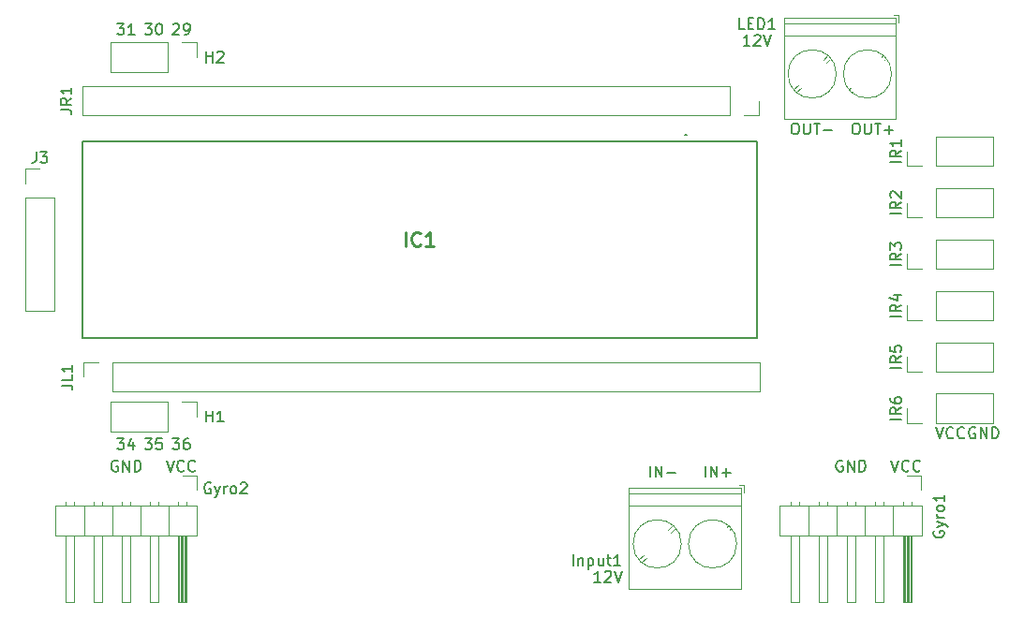
<source format=gbr>
%TF.GenerationSoftware,KiCad,Pcbnew,8.0.2*%
%TF.CreationDate,2024-06-25T21:58:57+02:00*%
%TF.ProjectId,Robo_V2.0-Teensy,526f626f-5f56-4322-9e30-2d5465656e73,rev?*%
%TF.SameCoordinates,Original*%
%TF.FileFunction,Legend,Top*%
%TF.FilePolarity,Positive*%
%FSLAX46Y46*%
G04 Gerber Fmt 4.6, Leading zero omitted, Abs format (unit mm)*
G04 Created by KiCad (PCBNEW 8.0.2) date 2024-06-25 21:58:57*
%MOMM*%
%LPD*%
G01*
G04 APERTURE LIST*
%ADD10C,0.155000*%
%ADD11C,0.187500*%
%ADD12C,0.254000*%
%ADD13C,0.160000*%
%ADD14C,0.120000*%
%ADD15C,0.200000*%
G04 APERTURE END LIST*
D10*
X158190476Y-70454559D02*
X158809523Y-70454559D01*
X158809523Y-70454559D02*
X158476190Y-70835511D01*
X158476190Y-70835511D02*
X158619047Y-70835511D01*
X158619047Y-70835511D02*
X158714285Y-70883130D01*
X158714285Y-70883130D02*
X158761904Y-70930749D01*
X158761904Y-70930749D02*
X158809523Y-71025987D01*
X158809523Y-71025987D02*
X158809523Y-71264082D01*
X158809523Y-71264082D02*
X158761904Y-71359320D01*
X158761904Y-71359320D02*
X158714285Y-71406940D01*
X158714285Y-71406940D02*
X158619047Y-71454559D01*
X158619047Y-71454559D02*
X158333333Y-71454559D01*
X158333333Y-71454559D02*
X158238095Y-71406940D01*
X158238095Y-71406940D02*
X158190476Y-71359320D01*
X159666666Y-70787892D02*
X159666666Y-71454559D01*
X159428571Y-70406940D02*
X159190476Y-71121225D01*
X159190476Y-71121225D02*
X159809523Y-71121225D01*
X160690476Y-70454559D02*
X161309523Y-70454559D01*
X161309523Y-70454559D02*
X160976190Y-70835511D01*
X160976190Y-70835511D02*
X161119047Y-70835511D01*
X161119047Y-70835511D02*
X161214285Y-70883130D01*
X161214285Y-70883130D02*
X161261904Y-70930749D01*
X161261904Y-70930749D02*
X161309523Y-71025987D01*
X161309523Y-71025987D02*
X161309523Y-71264082D01*
X161309523Y-71264082D02*
X161261904Y-71359320D01*
X161261904Y-71359320D02*
X161214285Y-71406940D01*
X161214285Y-71406940D02*
X161119047Y-71454559D01*
X161119047Y-71454559D02*
X160833333Y-71454559D01*
X160833333Y-71454559D02*
X160738095Y-71406940D01*
X160738095Y-71406940D02*
X160690476Y-71359320D01*
X162214285Y-70454559D02*
X161738095Y-70454559D01*
X161738095Y-70454559D02*
X161690476Y-70930749D01*
X161690476Y-70930749D02*
X161738095Y-70883130D01*
X161738095Y-70883130D02*
X161833333Y-70835511D01*
X161833333Y-70835511D02*
X162071428Y-70835511D01*
X162071428Y-70835511D02*
X162166666Y-70883130D01*
X162166666Y-70883130D02*
X162214285Y-70930749D01*
X162214285Y-70930749D02*
X162261904Y-71025987D01*
X162261904Y-71025987D02*
X162261904Y-71264082D01*
X162261904Y-71264082D02*
X162214285Y-71359320D01*
X162214285Y-71359320D02*
X162166666Y-71406940D01*
X162166666Y-71406940D02*
X162071428Y-71454559D01*
X162071428Y-71454559D02*
X161833333Y-71454559D01*
X161833333Y-71454559D02*
X161738095Y-71406940D01*
X161738095Y-71406940D02*
X161690476Y-71359320D01*
X163190476Y-70454559D02*
X163809523Y-70454559D01*
X163809523Y-70454559D02*
X163476190Y-70835511D01*
X163476190Y-70835511D02*
X163619047Y-70835511D01*
X163619047Y-70835511D02*
X163714285Y-70883130D01*
X163714285Y-70883130D02*
X163761904Y-70930749D01*
X163761904Y-70930749D02*
X163809523Y-71025987D01*
X163809523Y-71025987D02*
X163809523Y-71264082D01*
X163809523Y-71264082D02*
X163761904Y-71359320D01*
X163761904Y-71359320D02*
X163714285Y-71406940D01*
X163714285Y-71406940D02*
X163619047Y-71454559D01*
X163619047Y-71454559D02*
X163333333Y-71454559D01*
X163333333Y-71454559D02*
X163238095Y-71406940D01*
X163238095Y-71406940D02*
X163190476Y-71359320D01*
X164666666Y-70454559D02*
X164476190Y-70454559D01*
X164476190Y-70454559D02*
X164380952Y-70502178D01*
X164380952Y-70502178D02*
X164333333Y-70549797D01*
X164333333Y-70549797D02*
X164238095Y-70692654D01*
X164238095Y-70692654D02*
X164190476Y-70883130D01*
X164190476Y-70883130D02*
X164190476Y-71264082D01*
X164190476Y-71264082D02*
X164238095Y-71359320D01*
X164238095Y-71359320D02*
X164285714Y-71406940D01*
X164285714Y-71406940D02*
X164380952Y-71454559D01*
X164380952Y-71454559D02*
X164571428Y-71454559D01*
X164571428Y-71454559D02*
X164666666Y-71406940D01*
X164666666Y-71406940D02*
X164714285Y-71359320D01*
X164714285Y-71359320D02*
X164761904Y-71264082D01*
X164761904Y-71264082D02*
X164761904Y-71025987D01*
X164761904Y-71025987D02*
X164714285Y-70930749D01*
X164714285Y-70930749D02*
X164666666Y-70883130D01*
X164666666Y-70883130D02*
X164571428Y-70835511D01*
X164571428Y-70835511D02*
X164380952Y-70835511D01*
X164380952Y-70835511D02*
X164285714Y-70883130D01*
X164285714Y-70883130D02*
X164238095Y-70930749D01*
X164238095Y-70930749D02*
X164190476Y-71025987D01*
X163238095Y-33049797D02*
X163285714Y-33002178D01*
X163285714Y-33002178D02*
X163380952Y-32954559D01*
X163380952Y-32954559D02*
X163619047Y-32954559D01*
X163619047Y-32954559D02*
X163714285Y-33002178D01*
X163714285Y-33002178D02*
X163761904Y-33049797D01*
X163761904Y-33049797D02*
X163809523Y-33145035D01*
X163809523Y-33145035D02*
X163809523Y-33240273D01*
X163809523Y-33240273D02*
X163761904Y-33383130D01*
X163761904Y-33383130D02*
X163190476Y-33954559D01*
X163190476Y-33954559D02*
X163809523Y-33954559D01*
X164285714Y-33954559D02*
X164476190Y-33954559D01*
X164476190Y-33954559D02*
X164571428Y-33906940D01*
X164571428Y-33906940D02*
X164619047Y-33859320D01*
X164619047Y-33859320D02*
X164714285Y-33716463D01*
X164714285Y-33716463D02*
X164761904Y-33525987D01*
X164761904Y-33525987D02*
X164761904Y-33145035D01*
X164761904Y-33145035D02*
X164714285Y-33049797D01*
X164714285Y-33049797D02*
X164666666Y-33002178D01*
X164666666Y-33002178D02*
X164571428Y-32954559D01*
X164571428Y-32954559D02*
X164380952Y-32954559D01*
X164380952Y-32954559D02*
X164285714Y-33002178D01*
X164285714Y-33002178D02*
X164238095Y-33049797D01*
X164238095Y-33049797D02*
X164190476Y-33145035D01*
X164190476Y-33145035D02*
X164190476Y-33383130D01*
X164190476Y-33383130D02*
X164238095Y-33478368D01*
X164238095Y-33478368D02*
X164285714Y-33525987D01*
X164285714Y-33525987D02*
X164380952Y-33573606D01*
X164380952Y-33573606D02*
X164571428Y-33573606D01*
X164571428Y-33573606D02*
X164666666Y-33525987D01*
X164666666Y-33525987D02*
X164714285Y-33478368D01*
X164714285Y-33478368D02*
X164761904Y-33383130D01*
X160690476Y-32954559D02*
X161309523Y-32954559D01*
X161309523Y-32954559D02*
X160976190Y-33335511D01*
X160976190Y-33335511D02*
X161119047Y-33335511D01*
X161119047Y-33335511D02*
X161214285Y-33383130D01*
X161214285Y-33383130D02*
X161261904Y-33430749D01*
X161261904Y-33430749D02*
X161309523Y-33525987D01*
X161309523Y-33525987D02*
X161309523Y-33764082D01*
X161309523Y-33764082D02*
X161261904Y-33859320D01*
X161261904Y-33859320D02*
X161214285Y-33906940D01*
X161214285Y-33906940D02*
X161119047Y-33954559D01*
X161119047Y-33954559D02*
X160833333Y-33954559D01*
X160833333Y-33954559D02*
X160738095Y-33906940D01*
X160738095Y-33906940D02*
X160690476Y-33859320D01*
X161928571Y-32954559D02*
X162023809Y-32954559D01*
X162023809Y-32954559D02*
X162119047Y-33002178D01*
X162119047Y-33002178D02*
X162166666Y-33049797D01*
X162166666Y-33049797D02*
X162214285Y-33145035D01*
X162214285Y-33145035D02*
X162261904Y-33335511D01*
X162261904Y-33335511D02*
X162261904Y-33573606D01*
X162261904Y-33573606D02*
X162214285Y-33764082D01*
X162214285Y-33764082D02*
X162166666Y-33859320D01*
X162166666Y-33859320D02*
X162119047Y-33906940D01*
X162119047Y-33906940D02*
X162023809Y-33954559D01*
X162023809Y-33954559D02*
X161928571Y-33954559D01*
X161928571Y-33954559D02*
X161833333Y-33906940D01*
X161833333Y-33906940D02*
X161785714Y-33859320D01*
X161785714Y-33859320D02*
X161738095Y-33764082D01*
X161738095Y-33764082D02*
X161690476Y-33573606D01*
X161690476Y-33573606D02*
X161690476Y-33335511D01*
X161690476Y-33335511D02*
X161738095Y-33145035D01*
X161738095Y-33145035D02*
X161785714Y-33049797D01*
X161785714Y-33049797D02*
X161833333Y-33002178D01*
X161833333Y-33002178D02*
X161928571Y-32954559D01*
X158190476Y-32954559D02*
X158809523Y-32954559D01*
X158809523Y-32954559D02*
X158476190Y-33335511D01*
X158476190Y-33335511D02*
X158619047Y-33335511D01*
X158619047Y-33335511D02*
X158714285Y-33383130D01*
X158714285Y-33383130D02*
X158761904Y-33430749D01*
X158761904Y-33430749D02*
X158809523Y-33525987D01*
X158809523Y-33525987D02*
X158809523Y-33764082D01*
X158809523Y-33764082D02*
X158761904Y-33859320D01*
X158761904Y-33859320D02*
X158714285Y-33906940D01*
X158714285Y-33906940D02*
X158619047Y-33954559D01*
X158619047Y-33954559D02*
X158333333Y-33954559D01*
X158333333Y-33954559D02*
X158238095Y-33906940D01*
X158238095Y-33906940D02*
X158190476Y-33859320D01*
X159761904Y-33954559D02*
X159190476Y-33954559D01*
X159476190Y-33954559D02*
X159476190Y-32954559D01*
X159476190Y-32954559D02*
X159380952Y-33097416D01*
X159380952Y-33097416D02*
X159285714Y-33192654D01*
X159285714Y-33192654D02*
X159190476Y-33240273D01*
D11*
X223738095Y-72500488D02*
X223642857Y-72452869D01*
X223642857Y-72452869D02*
X223500000Y-72452869D01*
X223500000Y-72452869D02*
X223357143Y-72500488D01*
X223357143Y-72500488D02*
X223261905Y-72595726D01*
X223261905Y-72595726D02*
X223214286Y-72690964D01*
X223214286Y-72690964D02*
X223166667Y-72881440D01*
X223166667Y-72881440D02*
X223166667Y-73024297D01*
X223166667Y-73024297D02*
X223214286Y-73214773D01*
X223214286Y-73214773D02*
X223261905Y-73310011D01*
X223261905Y-73310011D02*
X223357143Y-73405250D01*
X223357143Y-73405250D02*
X223500000Y-73452869D01*
X223500000Y-73452869D02*
X223595238Y-73452869D01*
X223595238Y-73452869D02*
X223738095Y-73405250D01*
X223738095Y-73405250D02*
X223785714Y-73357630D01*
X223785714Y-73357630D02*
X223785714Y-73024297D01*
X223785714Y-73024297D02*
X223595238Y-73024297D01*
X224214286Y-73452869D02*
X224214286Y-72452869D01*
X224214286Y-72452869D02*
X224785714Y-73452869D01*
X224785714Y-73452869D02*
X224785714Y-72452869D01*
X225261905Y-73452869D02*
X225261905Y-72452869D01*
X225261905Y-72452869D02*
X225500000Y-72452869D01*
X225500000Y-72452869D02*
X225642857Y-72500488D01*
X225642857Y-72500488D02*
X225738095Y-72595726D01*
X225738095Y-72595726D02*
X225785714Y-72690964D01*
X225785714Y-72690964D02*
X225833333Y-72881440D01*
X225833333Y-72881440D02*
X225833333Y-73024297D01*
X225833333Y-73024297D02*
X225785714Y-73214773D01*
X225785714Y-73214773D02*
X225738095Y-73310011D01*
X225738095Y-73310011D02*
X225642857Y-73405250D01*
X225642857Y-73405250D02*
X225500000Y-73452869D01*
X225500000Y-73452869D02*
X225261905Y-73452869D01*
X158238095Y-72500488D02*
X158142857Y-72452869D01*
X158142857Y-72452869D02*
X158000000Y-72452869D01*
X158000000Y-72452869D02*
X157857143Y-72500488D01*
X157857143Y-72500488D02*
X157761905Y-72595726D01*
X157761905Y-72595726D02*
X157714286Y-72690964D01*
X157714286Y-72690964D02*
X157666667Y-72881440D01*
X157666667Y-72881440D02*
X157666667Y-73024297D01*
X157666667Y-73024297D02*
X157714286Y-73214773D01*
X157714286Y-73214773D02*
X157761905Y-73310011D01*
X157761905Y-73310011D02*
X157857143Y-73405250D01*
X157857143Y-73405250D02*
X158000000Y-73452869D01*
X158000000Y-73452869D02*
X158095238Y-73452869D01*
X158095238Y-73452869D02*
X158238095Y-73405250D01*
X158238095Y-73405250D02*
X158285714Y-73357630D01*
X158285714Y-73357630D02*
X158285714Y-73024297D01*
X158285714Y-73024297D02*
X158095238Y-73024297D01*
X158714286Y-73452869D02*
X158714286Y-72452869D01*
X158714286Y-72452869D02*
X159285714Y-73452869D01*
X159285714Y-73452869D02*
X159285714Y-72452869D01*
X159761905Y-73452869D02*
X159761905Y-72452869D01*
X159761905Y-72452869D02*
X160000000Y-72452869D01*
X160000000Y-72452869D02*
X160142857Y-72500488D01*
X160142857Y-72500488D02*
X160238095Y-72595726D01*
X160238095Y-72595726D02*
X160285714Y-72690964D01*
X160285714Y-72690964D02*
X160333333Y-72881440D01*
X160333333Y-72881440D02*
X160333333Y-73024297D01*
X160333333Y-73024297D02*
X160285714Y-73214773D01*
X160285714Y-73214773D02*
X160238095Y-73310011D01*
X160238095Y-73310011D02*
X160142857Y-73405250D01*
X160142857Y-73405250D02*
X160000000Y-73452869D01*
X160000000Y-73452869D02*
X159761905Y-73452869D01*
X162666667Y-72452869D02*
X163000000Y-73452869D01*
X163000000Y-73452869D02*
X163333333Y-72452869D01*
X164238095Y-73357630D02*
X164190476Y-73405250D01*
X164190476Y-73405250D02*
X164047619Y-73452869D01*
X164047619Y-73452869D02*
X163952381Y-73452869D01*
X163952381Y-73452869D02*
X163809524Y-73405250D01*
X163809524Y-73405250D02*
X163714286Y-73310011D01*
X163714286Y-73310011D02*
X163666667Y-73214773D01*
X163666667Y-73214773D02*
X163619048Y-73024297D01*
X163619048Y-73024297D02*
X163619048Y-72881440D01*
X163619048Y-72881440D02*
X163666667Y-72690964D01*
X163666667Y-72690964D02*
X163714286Y-72595726D01*
X163714286Y-72595726D02*
X163809524Y-72500488D01*
X163809524Y-72500488D02*
X163952381Y-72452869D01*
X163952381Y-72452869D02*
X164047619Y-72452869D01*
X164047619Y-72452869D02*
X164190476Y-72500488D01*
X164190476Y-72500488D02*
X164238095Y-72548107D01*
X165238095Y-73357630D02*
X165190476Y-73405250D01*
X165190476Y-73405250D02*
X165047619Y-73452869D01*
X165047619Y-73452869D02*
X164952381Y-73452869D01*
X164952381Y-73452869D02*
X164809524Y-73405250D01*
X164809524Y-73405250D02*
X164714286Y-73310011D01*
X164714286Y-73310011D02*
X164666667Y-73214773D01*
X164666667Y-73214773D02*
X164619048Y-73024297D01*
X164619048Y-73024297D02*
X164619048Y-72881440D01*
X164619048Y-72881440D02*
X164666667Y-72690964D01*
X164666667Y-72690964D02*
X164714286Y-72595726D01*
X164714286Y-72595726D02*
X164809524Y-72500488D01*
X164809524Y-72500488D02*
X164952381Y-72452869D01*
X164952381Y-72452869D02*
X165047619Y-72452869D01*
X165047619Y-72452869D02*
X165190476Y-72500488D01*
X165190476Y-72500488D02*
X165238095Y-72548107D01*
X228166667Y-72452869D02*
X228500000Y-73452869D01*
X228500000Y-73452869D02*
X228833333Y-72452869D01*
X229738095Y-73357630D02*
X229690476Y-73405250D01*
X229690476Y-73405250D02*
X229547619Y-73452869D01*
X229547619Y-73452869D02*
X229452381Y-73452869D01*
X229452381Y-73452869D02*
X229309524Y-73405250D01*
X229309524Y-73405250D02*
X229214286Y-73310011D01*
X229214286Y-73310011D02*
X229166667Y-73214773D01*
X229166667Y-73214773D02*
X229119048Y-73024297D01*
X229119048Y-73024297D02*
X229119048Y-72881440D01*
X229119048Y-72881440D02*
X229166667Y-72690964D01*
X229166667Y-72690964D02*
X229214286Y-72595726D01*
X229214286Y-72595726D02*
X229309524Y-72500488D01*
X229309524Y-72500488D02*
X229452381Y-72452869D01*
X229452381Y-72452869D02*
X229547619Y-72452869D01*
X229547619Y-72452869D02*
X229690476Y-72500488D01*
X229690476Y-72500488D02*
X229738095Y-72548107D01*
X230738095Y-73357630D02*
X230690476Y-73405250D01*
X230690476Y-73405250D02*
X230547619Y-73452869D01*
X230547619Y-73452869D02*
X230452381Y-73452869D01*
X230452381Y-73452869D02*
X230309524Y-73405250D01*
X230309524Y-73405250D02*
X230214286Y-73310011D01*
X230214286Y-73310011D02*
X230166667Y-73214773D01*
X230166667Y-73214773D02*
X230119048Y-73024297D01*
X230119048Y-73024297D02*
X230119048Y-72881440D01*
X230119048Y-72881440D02*
X230166667Y-72690964D01*
X230166667Y-72690964D02*
X230214286Y-72595726D01*
X230214286Y-72595726D02*
X230309524Y-72500488D01*
X230309524Y-72500488D02*
X230452381Y-72452869D01*
X230452381Y-72452869D02*
X230547619Y-72452869D01*
X230547619Y-72452869D02*
X230690476Y-72500488D01*
X230690476Y-72500488D02*
X230738095Y-72548107D01*
X232166667Y-69452869D02*
X232500000Y-70452869D01*
X232500000Y-70452869D02*
X232833333Y-69452869D01*
X233738095Y-70357630D02*
X233690476Y-70405250D01*
X233690476Y-70405250D02*
X233547619Y-70452869D01*
X233547619Y-70452869D02*
X233452381Y-70452869D01*
X233452381Y-70452869D02*
X233309524Y-70405250D01*
X233309524Y-70405250D02*
X233214286Y-70310011D01*
X233214286Y-70310011D02*
X233166667Y-70214773D01*
X233166667Y-70214773D02*
X233119048Y-70024297D01*
X233119048Y-70024297D02*
X233119048Y-69881440D01*
X233119048Y-69881440D02*
X233166667Y-69690964D01*
X233166667Y-69690964D02*
X233214286Y-69595726D01*
X233214286Y-69595726D02*
X233309524Y-69500488D01*
X233309524Y-69500488D02*
X233452381Y-69452869D01*
X233452381Y-69452869D02*
X233547619Y-69452869D01*
X233547619Y-69452869D02*
X233690476Y-69500488D01*
X233690476Y-69500488D02*
X233738095Y-69548107D01*
X234738095Y-70357630D02*
X234690476Y-70405250D01*
X234690476Y-70405250D02*
X234547619Y-70452869D01*
X234547619Y-70452869D02*
X234452381Y-70452869D01*
X234452381Y-70452869D02*
X234309524Y-70405250D01*
X234309524Y-70405250D02*
X234214286Y-70310011D01*
X234214286Y-70310011D02*
X234166667Y-70214773D01*
X234166667Y-70214773D02*
X234119048Y-70024297D01*
X234119048Y-70024297D02*
X234119048Y-69881440D01*
X234119048Y-69881440D02*
X234166667Y-69690964D01*
X234166667Y-69690964D02*
X234214286Y-69595726D01*
X234214286Y-69595726D02*
X234309524Y-69500488D01*
X234309524Y-69500488D02*
X234452381Y-69452869D01*
X234452381Y-69452869D02*
X234547619Y-69452869D01*
X234547619Y-69452869D02*
X234690476Y-69500488D01*
X234690476Y-69500488D02*
X234738095Y-69548107D01*
X235738095Y-69500488D02*
X235642857Y-69452869D01*
X235642857Y-69452869D02*
X235500000Y-69452869D01*
X235500000Y-69452869D02*
X235357143Y-69500488D01*
X235357143Y-69500488D02*
X235261905Y-69595726D01*
X235261905Y-69595726D02*
X235214286Y-69690964D01*
X235214286Y-69690964D02*
X235166667Y-69881440D01*
X235166667Y-69881440D02*
X235166667Y-70024297D01*
X235166667Y-70024297D02*
X235214286Y-70214773D01*
X235214286Y-70214773D02*
X235261905Y-70310011D01*
X235261905Y-70310011D02*
X235357143Y-70405250D01*
X235357143Y-70405250D02*
X235500000Y-70452869D01*
X235500000Y-70452869D02*
X235595238Y-70452869D01*
X235595238Y-70452869D02*
X235738095Y-70405250D01*
X235738095Y-70405250D02*
X235785714Y-70357630D01*
X235785714Y-70357630D02*
X235785714Y-70024297D01*
X235785714Y-70024297D02*
X235595238Y-70024297D01*
X236214286Y-70452869D02*
X236214286Y-69452869D01*
X236214286Y-69452869D02*
X236785714Y-70452869D01*
X236785714Y-70452869D02*
X236785714Y-69452869D01*
X237261905Y-70452869D02*
X237261905Y-69452869D01*
X237261905Y-69452869D02*
X237500000Y-69452869D01*
X237500000Y-69452869D02*
X237642857Y-69500488D01*
X237642857Y-69500488D02*
X237738095Y-69595726D01*
X237738095Y-69595726D02*
X237785714Y-69690964D01*
X237785714Y-69690964D02*
X237833333Y-69881440D01*
X237833333Y-69881440D02*
X237833333Y-70024297D01*
X237833333Y-70024297D02*
X237785714Y-70214773D01*
X237785714Y-70214773D02*
X237738095Y-70310011D01*
X237738095Y-70310011D02*
X237642857Y-70405250D01*
X237642857Y-70405250D02*
X237500000Y-70452869D01*
X237500000Y-70452869D02*
X237261905Y-70452869D01*
X215380952Y-34952869D02*
X214809524Y-34952869D01*
X215095238Y-34952869D02*
X215095238Y-33952869D01*
X215095238Y-33952869D02*
X215000000Y-34095726D01*
X215000000Y-34095726D02*
X214904762Y-34190964D01*
X214904762Y-34190964D02*
X214809524Y-34238583D01*
X215761905Y-34048107D02*
X215809524Y-34000488D01*
X215809524Y-34000488D02*
X215904762Y-33952869D01*
X215904762Y-33952869D02*
X216142857Y-33952869D01*
X216142857Y-33952869D02*
X216238095Y-34000488D01*
X216238095Y-34000488D02*
X216285714Y-34048107D01*
X216285714Y-34048107D02*
X216333333Y-34143345D01*
X216333333Y-34143345D02*
X216333333Y-34238583D01*
X216333333Y-34238583D02*
X216285714Y-34381440D01*
X216285714Y-34381440D02*
X215714286Y-34952869D01*
X215714286Y-34952869D02*
X216333333Y-34952869D01*
X216619048Y-33952869D02*
X216952381Y-34952869D01*
X216952381Y-34952869D02*
X217285714Y-33952869D01*
X201880952Y-83452869D02*
X201309524Y-83452869D01*
X201595238Y-83452869D02*
X201595238Y-82452869D01*
X201595238Y-82452869D02*
X201500000Y-82595726D01*
X201500000Y-82595726D02*
X201404762Y-82690964D01*
X201404762Y-82690964D02*
X201309524Y-82738583D01*
X202261905Y-82548107D02*
X202309524Y-82500488D01*
X202309524Y-82500488D02*
X202404762Y-82452869D01*
X202404762Y-82452869D02*
X202642857Y-82452869D01*
X202642857Y-82452869D02*
X202738095Y-82500488D01*
X202738095Y-82500488D02*
X202785714Y-82548107D01*
X202785714Y-82548107D02*
X202833333Y-82643345D01*
X202833333Y-82643345D02*
X202833333Y-82738583D01*
X202833333Y-82738583D02*
X202785714Y-82881440D01*
X202785714Y-82881440D02*
X202214286Y-83452869D01*
X202214286Y-83452869D02*
X202833333Y-83452869D01*
X203119048Y-82452869D02*
X203452381Y-83452869D01*
X203452381Y-83452869D02*
X203785714Y-82452869D01*
X206357143Y-73952869D02*
X206357143Y-72952869D01*
X206833333Y-73952869D02*
X206833333Y-72952869D01*
X206833333Y-72952869D02*
X207404761Y-73952869D01*
X207404761Y-73952869D02*
X207404761Y-72952869D01*
X207880952Y-73571916D02*
X208642857Y-73571916D01*
X219380952Y-41952869D02*
X219571428Y-41952869D01*
X219571428Y-41952869D02*
X219666666Y-42000488D01*
X219666666Y-42000488D02*
X219761904Y-42095726D01*
X219761904Y-42095726D02*
X219809523Y-42286202D01*
X219809523Y-42286202D02*
X219809523Y-42619535D01*
X219809523Y-42619535D02*
X219761904Y-42810011D01*
X219761904Y-42810011D02*
X219666666Y-42905250D01*
X219666666Y-42905250D02*
X219571428Y-42952869D01*
X219571428Y-42952869D02*
X219380952Y-42952869D01*
X219380952Y-42952869D02*
X219285714Y-42905250D01*
X219285714Y-42905250D02*
X219190476Y-42810011D01*
X219190476Y-42810011D02*
X219142857Y-42619535D01*
X219142857Y-42619535D02*
X219142857Y-42286202D01*
X219142857Y-42286202D02*
X219190476Y-42095726D01*
X219190476Y-42095726D02*
X219285714Y-42000488D01*
X219285714Y-42000488D02*
X219380952Y-41952869D01*
X220238095Y-41952869D02*
X220238095Y-42762392D01*
X220238095Y-42762392D02*
X220285714Y-42857630D01*
X220285714Y-42857630D02*
X220333333Y-42905250D01*
X220333333Y-42905250D02*
X220428571Y-42952869D01*
X220428571Y-42952869D02*
X220619047Y-42952869D01*
X220619047Y-42952869D02*
X220714285Y-42905250D01*
X220714285Y-42905250D02*
X220761904Y-42857630D01*
X220761904Y-42857630D02*
X220809523Y-42762392D01*
X220809523Y-42762392D02*
X220809523Y-41952869D01*
X221142857Y-41952869D02*
X221714285Y-41952869D01*
X221428571Y-42952869D02*
X221428571Y-41952869D01*
X222047619Y-42571916D02*
X222809524Y-42571916D01*
X224880952Y-41952869D02*
X225071428Y-41952869D01*
X225071428Y-41952869D02*
X225166666Y-42000488D01*
X225166666Y-42000488D02*
X225261904Y-42095726D01*
X225261904Y-42095726D02*
X225309523Y-42286202D01*
X225309523Y-42286202D02*
X225309523Y-42619535D01*
X225309523Y-42619535D02*
X225261904Y-42810011D01*
X225261904Y-42810011D02*
X225166666Y-42905250D01*
X225166666Y-42905250D02*
X225071428Y-42952869D01*
X225071428Y-42952869D02*
X224880952Y-42952869D01*
X224880952Y-42952869D02*
X224785714Y-42905250D01*
X224785714Y-42905250D02*
X224690476Y-42810011D01*
X224690476Y-42810011D02*
X224642857Y-42619535D01*
X224642857Y-42619535D02*
X224642857Y-42286202D01*
X224642857Y-42286202D02*
X224690476Y-42095726D01*
X224690476Y-42095726D02*
X224785714Y-42000488D01*
X224785714Y-42000488D02*
X224880952Y-41952869D01*
X225738095Y-41952869D02*
X225738095Y-42762392D01*
X225738095Y-42762392D02*
X225785714Y-42857630D01*
X225785714Y-42857630D02*
X225833333Y-42905250D01*
X225833333Y-42905250D02*
X225928571Y-42952869D01*
X225928571Y-42952869D02*
X226119047Y-42952869D01*
X226119047Y-42952869D02*
X226214285Y-42905250D01*
X226214285Y-42905250D02*
X226261904Y-42857630D01*
X226261904Y-42857630D02*
X226309523Y-42762392D01*
X226309523Y-42762392D02*
X226309523Y-41952869D01*
X226642857Y-41952869D02*
X227214285Y-41952869D01*
X226928571Y-42952869D02*
X226928571Y-41952869D01*
X227547619Y-42571916D02*
X228309524Y-42571916D01*
X227928571Y-42952869D02*
X227928571Y-42190964D01*
X211357143Y-73952869D02*
X211357143Y-72952869D01*
X211833333Y-73952869D02*
X211833333Y-72952869D01*
X211833333Y-72952869D02*
X212404761Y-73952869D01*
X212404761Y-73952869D02*
X212404761Y-72952869D01*
X212880952Y-73571916D02*
X213642857Y-73571916D01*
X213261904Y-73952869D02*
X213261904Y-73190964D01*
D10*
X229044559Y-68726189D02*
X228044559Y-68726189D01*
X229044559Y-67678571D02*
X228568368Y-68011904D01*
X229044559Y-68249999D02*
X228044559Y-68249999D01*
X228044559Y-68249999D02*
X228044559Y-67869047D01*
X228044559Y-67869047D02*
X228092178Y-67773809D01*
X228092178Y-67773809D02*
X228139797Y-67726190D01*
X228139797Y-67726190D02*
X228235035Y-67678571D01*
X228235035Y-67678571D02*
X228377892Y-67678571D01*
X228377892Y-67678571D02*
X228473130Y-67726190D01*
X228473130Y-67726190D02*
X228520749Y-67773809D01*
X228520749Y-67773809D02*
X228568368Y-67869047D01*
X228568368Y-67869047D02*
X228568368Y-68249999D01*
X228044559Y-66821428D02*
X228044559Y-67011904D01*
X228044559Y-67011904D02*
X228092178Y-67107142D01*
X228092178Y-67107142D02*
X228139797Y-67154761D01*
X228139797Y-67154761D02*
X228282654Y-67249999D01*
X228282654Y-67249999D02*
X228473130Y-67297618D01*
X228473130Y-67297618D02*
X228854082Y-67297618D01*
X228854082Y-67297618D02*
X228949320Y-67249999D01*
X228949320Y-67249999D02*
X228996940Y-67202380D01*
X228996940Y-67202380D02*
X229044559Y-67107142D01*
X229044559Y-67107142D02*
X229044559Y-66916666D01*
X229044559Y-66916666D02*
X228996940Y-66821428D01*
X228996940Y-66821428D02*
X228949320Y-66773809D01*
X228949320Y-66773809D02*
X228854082Y-66726190D01*
X228854082Y-66726190D02*
X228615987Y-66726190D01*
X228615987Y-66726190D02*
X228520749Y-66773809D01*
X228520749Y-66773809D02*
X228473130Y-66821428D01*
X228473130Y-66821428D02*
X228425511Y-66916666D01*
X228425511Y-66916666D02*
X228425511Y-67107142D01*
X228425511Y-67107142D02*
X228473130Y-67202380D01*
X228473130Y-67202380D02*
X228520749Y-67249999D01*
X228520749Y-67249999D02*
X228615987Y-67297618D01*
X229044559Y-64076189D02*
X228044559Y-64076189D01*
X229044559Y-63028571D02*
X228568368Y-63361904D01*
X229044559Y-63599999D02*
X228044559Y-63599999D01*
X228044559Y-63599999D02*
X228044559Y-63219047D01*
X228044559Y-63219047D02*
X228092178Y-63123809D01*
X228092178Y-63123809D02*
X228139797Y-63076190D01*
X228139797Y-63076190D02*
X228235035Y-63028571D01*
X228235035Y-63028571D02*
X228377892Y-63028571D01*
X228377892Y-63028571D02*
X228473130Y-63076190D01*
X228473130Y-63076190D02*
X228520749Y-63123809D01*
X228520749Y-63123809D02*
X228568368Y-63219047D01*
X228568368Y-63219047D02*
X228568368Y-63599999D01*
X228044559Y-62123809D02*
X228044559Y-62599999D01*
X228044559Y-62599999D02*
X228520749Y-62647618D01*
X228520749Y-62647618D02*
X228473130Y-62599999D01*
X228473130Y-62599999D02*
X228425511Y-62504761D01*
X228425511Y-62504761D02*
X228425511Y-62266666D01*
X228425511Y-62266666D02*
X228473130Y-62171428D01*
X228473130Y-62171428D02*
X228520749Y-62123809D01*
X228520749Y-62123809D02*
X228615987Y-62076190D01*
X228615987Y-62076190D02*
X228854082Y-62076190D01*
X228854082Y-62076190D02*
X228949320Y-62123809D01*
X228949320Y-62123809D02*
X228996940Y-62171428D01*
X228996940Y-62171428D02*
X229044559Y-62266666D01*
X229044559Y-62266666D02*
X229044559Y-62504761D01*
X229044559Y-62504761D02*
X228996940Y-62599999D01*
X228996940Y-62599999D02*
X228949320Y-62647618D01*
X229044559Y-59426189D02*
X228044559Y-59426189D01*
X229044559Y-58378571D02*
X228568368Y-58711904D01*
X229044559Y-58949999D02*
X228044559Y-58949999D01*
X228044559Y-58949999D02*
X228044559Y-58569047D01*
X228044559Y-58569047D02*
X228092178Y-58473809D01*
X228092178Y-58473809D02*
X228139797Y-58426190D01*
X228139797Y-58426190D02*
X228235035Y-58378571D01*
X228235035Y-58378571D02*
X228377892Y-58378571D01*
X228377892Y-58378571D02*
X228473130Y-58426190D01*
X228473130Y-58426190D02*
X228520749Y-58473809D01*
X228520749Y-58473809D02*
X228568368Y-58569047D01*
X228568368Y-58569047D02*
X228568368Y-58949999D01*
X228377892Y-57521428D02*
X229044559Y-57521428D01*
X227996940Y-57759523D02*
X228711225Y-57997618D01*
X228711225Y-57997618D02*
X228711225Y-57378571D01*
X229044559Y-54776189D02*
X228044559Y-54776189D01*
X229044559Y-53728571D02*
X228568368Y-54061904D01*
X229044559Y-54299999D02*
X228044559Y-54299999D01*
X228044559Y-54299999D02*
X228044559Y-53919047D01*
X228044559Y-53919047D02*
X228092178Y-53823809D01*
X228092178Y-53823809D02*
X228139797Y-53776190D01*
X228139797Y-53776190D02*
X228235035Y-53728571D01*
X228235035Y-53728571D02*
X228377892Y-53728571D01*
X228377892Y-53728571D02*
X228473130Y-53776190D01*
X228473130Y-53776190D02*
X228520749Y-53823809D01*
X228520749Y-53823809D02*
X228568368Y-53919047D01*
X228568368Y-53919047D02*
X228568368Y-54299999D01*
X228044559Y-53395237D02*
X228044559Y-52776190D01*
X228044559Y-52776190D02*
X228425511Y-53109523D01*
X228425511Y-53109523D02*
X228425511Y-52966666D01*
X228425511Y-52966666D02*
X228473130Y-52871428D01*
X228473130Y-52871428D02*
X228520749Y-52823809D01*
X228520749Y-52823809D02*
X228615987Y-52776190D01*
X228615987Y-52776190D02*
X228854082Y-52776190D01*
X228854082Y-52776190D02*
X228949320Y-52823809D01*
X228949320Y-52823809D02*
X228996940Y-52871428D01*
X228996940Y-52871428D02*
X229044559Y-52966666D01*
X229044559Y-52966666D02*
X229044559Y-53252380D01*
X229044559Y-53252380D02*
X228996940Y-53347618D01*
X228996940Y-53347618D02*
X228949320Y-53395237D01*
X229044559Y-50126189D02*
X228044559Y-50126189D01*
X229044559Y-49078571D02*
X228568368Y-49411904D01*
X229044559Y-49649999D02*
X228044559Y-49649999D01*
X228044559Y-49649999D02*
X228044559Y-49269047D01*
X228044559Y-49269047D02*
X228092178Y-49173809D01*
X228092178Y-49173809D02*
X228139797Y-49126190D01*
X228139797Y-49126190D02*
X228235035Y-49078571D01*
X228235035Y-49078571D02*
X228377892Y-49078571D01*
X228377892Y-49078571D02*
X228473130Y-49126190D01*
X228473130Y-49126190D02*
X228520749Y-49173809D01*
X228520749Y-49173809D02*
X228568368Y-49269047D01*
X228568368Y-49269047D02*
X228568368Y-49649999D01*
X228139797Y-48697618D02*
X228092178Y-48649999D01*
X228092178Y-48649999D02*
X228044559Y-48554761D01*
X228044559Y-48554761D02*
X228044559Y-48316666D01*
X228044559Y-48316666D02*
X228092178Y-48221428D01*
X228092178Y-48221428D02*
X228139797Y-48173809D01*
X228139797Y-48173809D02*
X228235035Y-48126190D01*
X228235035Y-48126190D02*
X228330273Y-48126190D01*
X228330273Y-48126190D02*
X228473130Y-48173809D01*
X228473130Y-48173809D02*
X229044559Y-48745237D01*
X229044559Y-48745237D02*
X229044559Y-48126190D01*
X229044559Y-45476189D02*
X228044559Y-45476189D01*
X229044559Y-44428571D02*
X228568368Y-44761904D01*
X229044559Y-44999999D02*
X228044559Y-44999999D01*
X228044559Y-44999999D02*
X228044559Y-44619047D01*
X228044559Y-44619047D02*
X228092178Y-44523809D01*
X228092178Y-44523809D02*
X228139797Y-44476190D01*
X228139797Y-44476190D02*
X228235035Y-44428571D01*
X228235035Y-44428571D02*
X228377892Y-44428571D01*
X228377892Y-44428571D02*
X228473130Y-44476190D01*
X228473130Y-44476190D02*
X228520749Y-44523809D01*
X228520749Y-44523809D02*
X228568368Y-44619047D01*
X228568368Y-44619047D02*
X228568368Y-44999999D01*
X229044559Y-43476190D02*
X229044559Y-44047618D01*
X229044559Y-43761904D02*
X228044559Y-43761904D01*
X228044559Y-43761904D02*
X228187416Y-43857142D01*
X228187416Y-43857142D02*
X228282654Y-43952380D01*
X228282654Y-43952380D02*
X228330273Y-44047618D01*
X153074559Y-40738333D02*
X153788844Y-40738333D01*
X153788844Y-40738333D02*
X153931701Y-40785952D01*
X153931701Y-40785952D02*
X154026940Y-40881190D01*
X154026940Y-40881190D02*
X154074559Y-41024047D01*
X154074559Y-41024047D02*
X154074559Y-41119285D01*
X154074559Y-39690714D02*
X153598368Y-40024047D01*
X154074559Y-40262142D02*
X153074559Y-40262142D01*
X153074559Y-40262142D02*
X153074559Y-39881190D01*
X153074559Y-39881190D02*
X153122178Y-39785952D01*
X153122178Y-39785952D02*
X153169797Y-39738333D01*
X153169797Y-39738333D02*
X153265035Y-39690714D01*
X153265035Y-39690714D02*
X153407892Y-39690714D01*
X153407892Y-39690714D02*
X153503130Y-39738333D01*
X153503130Y-39738333D02*
X153550749Y-39785952D01*
X153550749Y-39785952D02*
X153598368Y-39881190D01*
X153598368Y-39881190D02*
X153598368Y-40262142D01*
X154074559Y-38738333D02*
X154074559Y-39309761D01*
X154074559Y-39024047D02*
X153074559Y-39024047D01*
X153074559Y-39024047D02*
X153217416Y-39119285D01*
X153217416Y-39119285D02*
X153312654Y-39214523D01*
X153312654Y-39214523D02*
X153360273Y-39309761D01*
X153154559Y-65668095D02*
X153868844Y-65668095D01*
X153868844Y-65668095D02*
X154011701Y-65715714D01*
X154011701Y-65715714D02*
X154106940Y-65810952D01*
X154106940Y-65810952D02*
X154154559Y-65953809D01*
X154154559Y-65953809D02*
X154154559Y-66049047D01*
X154154559Y-64715714D02*
X154154559Y-65191904D01*
X154154559Y-65191904D02*
X153154559Y-65191904D01*
X154154559Y-63858571D02*
X154154559Y-64429999D01*
X154154559Y-64144285D02*
X153154559Y-64144285D01*
X153154559Y-64144285D02*
X153297416Y-64239523D01*
X153297416Y-64239523D02*
X153392654Y-64334761D01*
X153392654Y-64334761D02*
X153440273Y-64429999D01*
X150866666Y-44554559D02*
X150866666Y-45268844D01*
X150866666Y-45268844D02*
X150819047Y-45411701D01*
X150819047Y-45411701D02*
X150723809Y-45506940D01*
X150723809Y-45506940D02*
X150580952Y-45554559D01*
X150580952Y-45554559D02*
X150485714Y-45554559D01*
X151247619Y-44554559D02*
X151866666Y-44554559D01*
X151866666Y-44554559D02*
X151533333Y-44935511D01*
X151533333Y-44935511D02*
X151676190Y-44935511D01*
X151676190Y-44935511D02*
X151771428Y-44983130D01*
X151771428Y-44983130D02*
X151819047Y-45030749D01*
X151819047Y-45030749D02*
X151866666Y-45125987D01*
X151866666Y-45125987D02*
X151866666Y-45364082D01*
X151866666Y-45364082D02*
X151819047Y-45459320D01*
X151819047Y-45459320D02*
X151771428Y-45506940D01*
X151771428Y-45506940D02*
X151676190Y-45554559D01*
X151676190Y-45554559D02*
X151390476Y-45554559D01*
X151390476Y-45554559D02*
X151295238Y-45506940D01*
X151295238Y-45506940D02*
X151247619Y-45459320D01*
X166642856Y-74502178D02*
X166547618Y-74454559D01*
X166547618Y-74454559D02*
X166404761Y-74454559D01*
X166404761Y-74454559D02*
X166261904Y-74502178D01*
X166261904Y-74502178D02*
X166166666Y-74597416D01*
X166166666Y-74597416D02*
X166119047Y-74692654D01*
X166119047Y-74692654D02*
X166071428Y-74883130D01*
X166071428Y-74883130D02*
X166071428Y-75025987D01*
X166071428Y-75025987D02*
X166119047Y-75216463D01*
X166119047Y-75216463D02*
X166166666Y-75311701D01*
X166166666Y-75311701D02*
X166261904Y-75406940D01*
X166261904Y-75406940D02*
X166404761Y-75454559D01*
X166404761Y-75454559D02*
X166499999Y-75454559D01*
X166499999Y-75454559D02*
X166642856Y-75406940D01*
X166642856Y-75406940D02*
X166690475Y-75359320D01*
X166690475Y-75359320D02*
X166690475Y-75025987D01*
X166690475Y-75025987D02*
X166499999Y-75025987D01*
X167023809Y-74787892D02*
X167261904Y-75454559D01*
X167499999Y-74787892D02*
X167261904Y-75454559D01*
X167261904Y-75454559D02*
X167166666Y-75692654D01*
X167166666Y-75692654D02*
X167119047Y-75740273D01*
X167119047Y-75740273D02*
X167023809Y-75787892D01*
X167880952Y-75454559D02*
X167880952Y-74787892D01*
X167880952Y-74978368D02*
X167928571Y-74883130D01*
X167928571Y-74883130D02*
X167976190Y-74835511D01*
X167976190Y-74835511D02*
X168071428Y-74787892D01*
X168071428Y-74787892D02*
X168166666Y-74787892D01*
X168642857Y-75454559D02*
X168547619Y-75406940D01*
X168547619Y-75406940D02*
X168500000Y-75359320D01*
X168500000Y-75359320D02*
X168452381Y-75264082D01*
X168452381Y-75264082D02*
X168452381Y-74978368D01*
X168452381Y-74978368D02*
X168500000Y-74883130D01*
X168500000Y-74883130D02*
X168547619Y-74835511D01*
X168547619Y-74835511D02*
X168642857Y-74787892D01*
X168642857Y-74787892D02*
X168785714Y-74787892D01*
X168785714Y-74787892D02*
X168880952Y-74835511D01*
X168880952Y-74835511D02*
X168928571Y-74883130D01*
X168928571Y-74883130D02*
X168976190Y-74978368D01*
X168976190Y-74978368D02*
X168976190Y-75264082D01*
X168976190Y-75264082D02*
X168928571Y-75359320D01*
X168928571Y-75359320D02*
X168880952Y-75406940D01*
X168880952Y-75406940D02*
X168785714Y-75454559D01*
X168785714Y-75454559D02*
X168642857Y-75454559D01*
X169357143Y-74549797D02*
X169404762Y-74502178D01*
X169404762Y-74502178D02*
X169500000Y-74454559D01*
X169500000Y-74454559D02*
X169738095Y-74454559D01*
X169738095Y-74454559D02*
X169833333Y-74502178D01*
X169833333Y-74502178D02*
X169880952Y-74549797D01*
X169880952Y-74549797D02*
X169928571Y-74645035D01*
X169928571Y-74645035D02*
X169928571Y-74740273D01*
X169928571Y-74740273D02*
X169880952Y-74883130D01*
X169880952Y-74883130D02*
X169309524Y-75454559D01*
X169309524Y-75454559D02*
X169928571Y-75454559D01*
D12*
X184260237Y-53074318D02*
X184260237Y-51804318D01*
X185590714Y-52953365D02*
X185530238Y-53013842D01*
X185530238Y-53013842D02*
X185348809Y-53074318D01*
X185348809Y-53074318D02*
X185227857Y-53074318D01*
X185227857Y-53074318D02*
X185046428Y-53013842D01*
X185046428Y-53013842D02*
X184925476Y-52892889D01*
X184925476Y-52892889D02*
X184864999Y-52771937D01*
X184864999Y-52771937D02*
X184804523Y-52530032D01*
X184804523Y-52530032D02*
X184804523Y-52348603D01*
X184804523Y-52348603D02*
X184864999Y-52106699D01*
X184864999Y-52106699D02*
X184925476Y-51985746D01*
X184925476Y-51985746D02*
X185046428Y-51864794D01*
X185046428Y-51864794D02*
X185227857Y-51804318D01*
X185227857Y-51804318D02*
X185348809Y-51804318D01*
X185348809Y-51804318D02*
X185530238Y-51864794D01*
X185530238Y-51864794D02*
X185590714Y-51925270D01*
X186800238Y-53074318D02*
X186074523Y-53074318D01*
X186437380Y-53074318D02*
X186437380Y-51804318D01*
X186437380Y-51804318D02*
X186316428Y-51985746D01*
X186316428Y-51985746D02*
X186195476Y-52106699D01*
X186195476Y-52106699D02*
X186074523Y-52167175D01*
D10*
X166238095Y-68954559D02*
X166238095Y-67954559D01*
X166238095Y-68430749D02*
X166809523Y-68430749D01*
X166809523Y-68954559D02*
X166809523Y-67954559D01*
X167809523Y-68954559D02*
X167238095Y-68954559D01*
X167523809Y-68954559D02*
X167523809Y-67954559D01*
X167523809Y-67954559D02*
X167428571Y-68097416D01*
X167428571Y-68097416D02*
X167333333Y-68192654D01*
X167333333Y-68192654D02*
X167238095Y-68240273D01*
D13*
X199380952Y-81954299D02*
X199380952Y-80954299D01*
X199857142Y-81287632D02*
X199857142Y-81954299D01*
X199857142Y-81382870D02*
X199904761Y-81335251D01*
X199904761Y-81335251D02*
X199999999Y-81287632D01*
X199999999Y-81287632D02*
X200142856Y-81287632D01*
X200142856Y-81287632D02*
X200238094Y-81335251D01*
X200238094Y-81335251D02*
X200285713Y-81430489D01*
X200285713Y-81430489D02*
X200285713Y-81954299D01*
X200761904Y-81287632D02*
X200761904Y-82287632D01*
X200761904Y-81335251D02*
X200857142Y-81287632D01*
X200857142Y-81287632D02*
X201047618Y-81287632D01*
X201047618Y-81287632D02*
X201142856Y-81335251D01*
X201142856Y-81335251D02*
X201190475Y-81382870D01*
X201190475Y-81382870D02*
X201238094Y-81478108D01*
X201238094Y-81478108D02*
X201238094Y-81763822D01*
X201238094Y-81763822D02*
X201190475Y-81859060D01*
X201190475Y-81859060D02*
X201142856Y-81906680D01*
X201142856Y-81906680D02*
X201047618Y-81954299D01*
X201047618Y-81954299D02*
X200857142Y-81954299D01*
X200857142Y-81954299D02*
X200761904Y-81906680D01*
X202095237Y-81287632D02*
X202095237Y-81954299D01*
X201666666Y-81287632D02*
X201666666Y-81811441D01*
X201666666Y-81811441D02*
X201714285Y-81906680D01*
X201714285Y-81906680D02*
X201809523Y-81954299D01*
X201809523Y-81954299D02*
X201952380Y-81954299D01*
X201952380Y-81954299D02*
X202047618Y-81906680D01*
X202047618Y-81906680D02*
X202095237Y-81859060D01*
X202428571Y-81287632D02*
X202809523Y-81287632D01*
X202571428Y-80954299D02*
X202571428Y-81811441D01*
X202571428Y-81811441D02*
X202619047Y-81906680D01*
X202619047Y-81906680D02*
X202714285Y-81954299D01*
X202714285Y-81954299D02*
X202809523Y-81954299D01*
X203666666Y-81954299D02*
X203095238Y-81954299D01*
X203380952Y-81954299D02*
X203380952Y-80954299D01*
X203380952Y-80954299D02*
X203285714Y-81097156D01*
X203285714Y-81097156D02*
X203190476Y-81192394D01*
X203190476Y-81192394D02*
X203095238Y-81240013D01*
D10*
X166238095Y-36454559D02*
X166238095Y-35454559D01*
X166238095Y-35930749D02*
X166809523Y-35930749D01*
X166809523Y-36454559D02*
X166809523Y-35454559D01*
X167238095Y-35549797D02*
X167285714Y-35502178D01*
X167285714Y-35502178D02*
X167380952Y-35454559D01*
X167380952Y-35454559D02*
X167619047Y-35454559D01*
X167619047Y-35454559D02*
X167714285Y-35502178D01*
X167714285Y-35502178D02*
X167761904Y-35549797D01*
X167761904Y-35549797D02*
X167809523Y-35645035D01*
X167809523Y-35645035D02*
X167809523Y-35740273D01*
X167809523Y-35740273D02*
X167761904Y-35883130D01*
X167761904Y-35883130D02*
X167190476Y-36454559D01*
X167190476Y-36454559D02*
X167809523Y-36454559D01*
X214880952Y-33454559D02*
X214404762Y-33454559D01*
X214404762Y-33454559D02*
X214404762Y-32454559D01*
X215214286Y-32930749D02*
X215547619Y-32930749D01*
X215690476Y-33454559D02*
X215214286Y-33454559D01*
X215214286Y-33454559D02*
X215214286Y-32454559D01*
X215214286Y-32454559D02*
X215690476Y-32454559D01*
X216119048Y-33454559D02*
X216119048Y-32454559D01*
X216119048Y-32454559D02*
X216357143Y-32454559D01*
X216357143Y-32454559D02*
X216500000Y-32502178D01*
X216500000Y-32502178D02*
X216595238Y-32597416D01*
X216595238Y-32597416D02*
X216642857Y-32692654D01*
X216642857Y-32692654D02*
X216690476Y-32883130D01*
X216690476Y-32883130D02*
X216690476Y-33025987D01*
X216690476Y-33025987D02*
X216642857Y-33216463D01*
X216642857Y-33216463D02*
X216595238Y-33311701D01*
X216595238Y-33311701D02*
X216500000Y-33406940D01*
X216500000Y-33406940D02*
X216357143Y-33454559D01*
X216357143Y-33454559D02*
X216119048Y-33454559D01*
X217642857Y-33454559D02*
X217071429Y-33454559D01*
X217357143Y-33454559D02*
X217357143Y-32454559D01*
X217357143Y-32454559D02*
X217261905Y-32597416D01*
X217261905Y-32597416D02*
X217166667Y-32692654D01*
X217166667Y-32692654D02*
X217071429Y-32740273D01*
X232002178Y-78857143D02*
X231954559Y-78952381D01*
X231954559Y-78952381D02*
X231954559Y-79095238D01*
X231954559Y-79095238D02*
X232002178Y-79238095D01*
X232002178Y-79238095D02*
X232097416Y-79333333D01*
X232097416Y-79333333D02*
X232192654Y-79380952D01*
X232192654Y-79380952D02*
X232383130Y-79428571D01*
X232383130Y-79428571D02*
X232525987Y-79428571D01*
X232525987Y-79428571D02*
X232716463Y-79380952D01*
X232716463Y-79380952D02*
X232811701Y-79333333D01*
X232811701Y-79333333D02*
X232906940Y-79238095D01*
X232906940Y-79238095D02*
X232954559Y-79095238D01*
X232954559Y-79095238D02*
X232954559Y-79000000D01*
X232954559Y-79000000D02*
X232906940Y-78857143D01*
X232906940Y-78857143D02*
X232859320Y-78809524D01*
X232859320Y-78809524D02*
X232525987Y-78809524D01*
X232525987Y-78809524D02*
X232525987Y-79000000D01*
X232287892Y-78476190D02*
X232954559Y-78238095D01*
X232287892Y-78000000D02*
X232954559Y-78238095D01*
X232954559Y-78238095D02*
X233192654Y-78333333D01*
X233192654Y-78333333D02*
X233240273Y-78380952D01*
X233240273Y-78380952D02*
X233287892Y-78476190D01*
X232954559Y-77619047D02*
X232287892Y-77619047D01*
X232478368Y-77619047D02*
X232383130Y-77571428D01*
X232383130Y-77571428D02*
X232335511Y-77523809D01*
X232335511Y-77523809D02*
X232287892Y-77428571D01*
X232287892Y-77428571D02*
X232287892Y-77333333D01*
X232954559Y-76857142D02*
X232906940Y-76952380D01*
X232906940Y-76952380D02*
X232859320Y-76999999D01*
X232859320Y-76999999D02*
X232764082Y-77047618D01*
X232764082Y-77047618D02*
X232478368Y-77047618D01*
X232478368Y-77047618D02*
X232383130Y-76999999D01*
X232383130Y-76999999D02*
X232335511Y-76952380D01*
X232335511Y-76952380D02*
X232287892Y-76857142D01*
X232287892Y-76857142D02*
X232287892Y-76714285D01*
X232287892Y-76714285D02*
X232335511Y-76619047D01*
X232335511Y-76619047D02*
X232383130Y-76571428D01*
X232383130Y-76571428D02*
X232478368Y-76523809D01*
X232478368Y-76523809D02*
X232764082Y-76523809D01*
X232764082Y-76523809D02*
X232859320Y-76571428D01*
X232859320Y-76571428D02*
X232906940Y-76619047D01*
X232906940Y-76619047D02*
X232954559Y-76714285D01*
X232954559Y-76714285D02*
X232954559Y-76857142D01*
X232954559Y-75571428D02*
X232954559Y-76142856D01*
X232954559Y-75857142D02*
X231954559Y-75857142D01*
X231954559Y-75857142D02*
X232097416Y-75952380D01*
X232097416Y-75952380D02*
X232192654Y-76047618D01*
X232192654Y-76047618D02*
X232240273Y-76142856D01*
D14*
%TO.C,IR6*%
X229590000Y-69080000D02*
X229590000Y-67750000D01*
X230920000Y-69080000D02*
X229590000Y-69080000D01*
X232190000Y-69080000D02*
X237330000Y-69080000D01*
X232190000Y-69080000D02*
X232190000Y-66420000D01*
X237330000Y-69080000D02*
X237330000Y-66420000D01*
X232190000Y-66420000D02*
X237330000Y-66420000D01*
%TO.C,IR5*%
X229590000Y-64430000D02*
X229590000Y-63100000D01*
X230920000Y-64430000D02*
X229590000Y-64430000D01*
X232190000Y-64430000D02*
X237330000Y-64430000D01*
X232190000Y-64430000D02*
X232190000Y-61770000D01*
X237330000Y-64430000D02*
X237330000Y-61770000D01*
X232190000Y-61770000D02*
X237330000Y-61770000D01*
%TO.C,IR4*%
X229590000Y-59780000D02*
X229590000Y-58450000D01*
X230920000Y-59780000D02*
X229590000Y-59780000D01*
X232190000Y-59780000D02*
X237330000Y-59780000D01*
X232190000Y-59780000D02*
X232190000Y-57120000D01*
X237330000Y-59780000D02*
X237330000Y-57120000D01*
X232190000Y-57120000D02*
X237330000Y-57120000D01*
%TO.C,IR3*%
X229590000Y-55130000D02*
X229590000Y-53800000D01*
X230920000Y-55130000D02*
X229590000Y-55130000D01*
X232190000Y-55130000D02*
X237330000Y-55130000D01*
X232190000Y-55130000D02*
X232190000Y-52470000D01*
X237330000Y-55130000D02*
X237330000Y-52470000D01*
X232190000Y-52470000D02*
X237330000Y-52470000D01*
%TO.C,IR2*%
X229590000Y-50480000D02*
X229590000Y-49150000D01*
X230920000Y-50480000D02*
X229590000Y-50480000D01*
X232190000Y-50480000D02*
X237330000Y-50480000D01*
X232190000Y-50480000D02*
X232190000Y-47820000D01*
X237330000Y-50480000D02*
X237330000Y-47820000D01*
X232190000Y-47820000D02*
X237330000Y-47820000D01*
%TO.C,IR1*%
X229590000Y-45830000D02*
X229590000Y-44500000D01*
X230920000Y-45830000D02*
X229590000Y-45830000D01*
X232190000Y-45830000D02*
X237330000Y-45830000D01*
X232190000Y-45830000D02*
X232190000Y-43170000D01*
X237330000Y-45830000D02*
X237330000Y-43170000D01*
X232190000Y-43170000D02*
X237330000Y-43170000D01*
%TO.C,JR1*%
X213550000Y-38600000D02*
X155070000Y-38600000D01*
X213550000Y-38600000D02*
X213550000Y-41260000D01*
X155070000Y-38600000D02*
X155070000Y-41260000D01*
X216150000Y-39930000D02*
X216150000Y-41260000D01*
X216150000Y-41260000D02*
X214820000Y-41260000D01*
X213550000Y-41260000D02*
X155070000Y-41260000D01*
%TO.C,JL1*%
X157780000Y-66210000D02*
X216260000Y-66210000D01*
X157780000Y-66210000D02*
X157780000Y-63550000D01*
X216260000Y-66210000D02*
X216260000Y-63550000D01*
X155180000Y-64880000D02*
X155180000Y-63550000D01*
X155180000Y-63550000D02*
X156510000Y-63550000D01*
X157780000Y-63550000D02*
X216260000Y-63550000D01*
%TO.C,J3*%
X149870000Y-46100000D02*
X151200000Y-46100000D01*
X149870000Y-47430000D02*
X149870000Y-46100000D01*
X149870000Y-48700000D02*
X149870000Y-58920000D01*
X149870000Y-48700000D02*
X152530000Y-48700000D01*
X149870000Y-58920000D02*
X152530000Y-58920000D01*
X152530000Y-48700000D02*
X152530000Y-58920000D01*
%TO.C,Gyro2*%
X165345000Y-73855000D02*
X165345000Y-75125000D01*
X164075000Y-73855000D02*
X165345000Y-73855000D01*
X161915000Y-76167929D02*
X161915000Y-76565000D01*
X161155000Y-76167929D02*
X161155000Y-76565000D01*
X159375000Y-76167929D02*
X159375000Y-76565000D01*
X158615000Y-76167929D02*
X158615000Y-76565000D01*
X156835000Y-76167929D02*
X156835000Y-76565000D01*
X156075000Y-76167929D02*
X156075000Y-76565000D01*
X154295000Y-76167929D02*
X154295000Y-76565000D01*
X153535000Y-76167929D02*
X153535000Y-76565000D01*
X164455000Y-76235000D02*
X164455000Y-76565000D01*
X163695000Y-76235000D02*
X163695000Y-76565000D01*
X165405000Y-76565000D02*
X152585000Y-76565000D01*
X162805000Y-76565000D02*
X162805000Y-79225000D01*
X160265000Y-76565000D02*
X160265000Y-79225000D01*
X157725000Y-76565000D02*
X157725000Y-79225000D01*
X155185000Y-76565000D02*
X155185000Y-79225000D01*
X152585000Y-76565000D02*
X152585000Y-79225000D01*
X165405000Y-79225000D02*
X165405000Y-76565000D01*
X164455000Y-79225000D02*
X164455000Y-85225000D01*
X164395000Y-79225000D02*
X164395000Y-85225000D01*
X164275000Y-79225000D02*
X164275000Y-85225000D01*
X164155000Y-79225000D02*
X164155000Y-85225000D01*
X164035000Y-79225000D02*
X164035000Y-85225000D01*
X163915000Y-79225000D02*
X163915000Y-85225000D01*
X163795000Y-79225000D02*
X163795000Y-85225000D01*
X161915000Y-79225000D02*
X161915000Y-85225000D01*
X159375000Y-79225000D02*
X159375000Y-85225000D01*
X156835000Y-79225000D02*
X156835000Y-85225000D01*
X154295000Y-79225000D02*
X154295000Y-85225000D01*
X152585000Y-79225000D02*
X165405000Y-79225000D01*
X164455000Y-85225000D02*
X163695000Y-85225000D01*
X163695000Y-85225000D02*
X163695000Y-79225000D01*
X161915000Y-85225000D02*
X161155000Y-85225000D01*
X161155000Y-85225000D02*
X161155000Y-79225000D01*
X159375000Y-85225000D02*
X158615000Y-85225000D01*
X158615000Y-85225000D02*
X158615000Y-79225000D01*
X156835000Y-85225000D02*
X156075000Y-85225000D01*
X156075000Y-85225000D02*
X156075000Y-79225000D01*
X154295000Y-85225000D02*
X153535000Y-85225000D01*
X153535000Y-85225000D02*
X153535000Y-79225000D01*
D15*
%TO.C,IC1*%
X215980000Y-61390000D02*
X215980000Y-43610000D01*
X215980000Y-43610000D02*
X155020000Y-43610000D01*
X209630000Y-42980000D02*
X209630000Y-42980000D01*
X209630000Y-42980000D02*
X209630000Y-42980000D01*
X209530000Y-42980000D02*
X209530000Y-42980000D01*
X155020000Y-61390000D02*
X215980000Y-61390000D01*
X155020000Y-43610000D02*
X155020000Y-61390000D01*
X209630000Y-42980000D02*
G75*
G02*
X209530000Y-42980000I-50000J0D01*
G01*
X209530000Y-42980000D02*
G75*
G02*
X209630000Y-42980000I50000J0D01*
G01*
X209530000Y-42980000D02*
G75*
G02*
X209630000Y-42980000I50000J0D01*
G01*
D14*
%TO.C,H1*%
X165370000Y-67170000D02*
X165370000Y-68500000D01*
X164040000Y-67170000D02*
X165370000Y-67170000D01*
X162770000Y-67170000D02*
X157630000Y-67170000D01*
X162770000Y-67170000D02*
X162770000Y-69830000D01*
X157630000Y-67170000D02*
X157630000Y-69830000D01*
X162770000Y-69830000D02*
X157630000Y-69830000D01*
%TO.C,Input1*%
X214800000Y-75340000D02*
X214800000Y-74700000D01*
X214800000Y-74700000D02*
X214400000Y-74700000D01*
X214560000Y-84060000D02*
X214560000Y-74940000D01*
X214560000Y-84060000D02*
X204440000Y-84060000D01*
X214560000Y-76500000D02*
X204440000Y-76500000D01*
X214560000Y-75400000D02*
X204440000Y-75400000D01*
X214560000Y-74940000D02*
X204440000Y-74940000D01*
X213548000Y-78719000D02*
X213654000Y-78612000D01*
X213282000Y-78453000D02*
X213388000Y-78346000D01*
X210612000Y-81654000D02*
X210719000Y-81547000D01*
X210346000Y-81388000D02*
X210453000Y-81281000D01*
X208258000Y-79008000D02*
X208653000Y-78612000D01*
X208007000Y-78726000D02*
X208387000Y-78346000D01*
X205612000Y-81654000D02*
X205992000Y-81274000D01*
X205346000Y-81388000D02*
X205741000Y-80992000D01*
X204440000Y-84060000D02*
X204440000Y-74940000D01*
X214180000Y-80000000D02*
G75*
G02*
X209820000Y-80000000I-2180000J0D01*
G01*
X209820000Y-80000000D02*
G75*
G02*
X214180000Y-80000000I2180000J0D01*
G01*
X209180000Y-80000000D02*
G75*
G02*
X204820000Y-80000000I-2180000J0D01*
G01*
X204820000Y-80000000D02*
G75*
G02*
X209180000Y-80000000I2180000J0D01*
G01*
%TO.C,H2*%
X165355000Y-34670000D02*
X165355000Y-36000000D01*
X164025000Y-34670000D02*
X165355000Y-34670000D01*
X162755000Y-34670000D02*
X157615000Y-34670000D01*
X162755000Y-34670000D02*
X162755000Y-37330000D01*
X157615000Y-34670000D02*
X157615000Y-37330000D01*
X162755000Y-37330000D02*
X157615000Y-37330000D01*
%TO.C,LED1*%
X228800000Y-32840000D02*
X228800000Y-32200000D01*
X228800000Y-32200000D02*
X228400000Y-32200000D01*
X228560000Y-41560000D02*
X228560000Y-32440000D01*
X228560000Y-41560000D02*
X218440000Y-41560000D01*
X228560000Y-34000000D02*
X218440000Y-34000000D01*
X228560000Y-32900000D02*
X218440000Y-32900000D01*
X228560000Y-32440000D02*
X218440000Y-32440000D01*
X227548000Y-36219000D02*
X227654000Y-36112000D01*
X227282000Y-35953000D02*
X227388000Y-35846000D01*
X224612000Y-39154000D02*
X224719000Y-39047000D01*
X224346000Y-38888000D02*
X224453000Y-38781000D01*
X222258000Y-36508000D02*
X222653000Y-36112000D01*
X222007000Y-36226000D02*
X222387000Y-35846000D01*
X219612000Y-39154000D02*
X219992000Y-38774000D01*
X219346000Y-38888000D02*
X219741000Y-38492000D01*
X218440000Y-41560000D02*
X218440000Y-32440000D01*
X228180000Y-37500000D02*
G75*
G02*
X223820000Y-37500000I-2180000J0D01*
G01*
X223820000Y-37500000D02*
G75*
G02*
X228180000Y-37500000I2180000J0D01*
G01*
X223180000Y-37500000D02*
G75*
G02*
X218820000Y-37500000I-2180000J0D01*
G01*
X218820000Y-37500000D02*
G75*
G02*
X223180000Y-37500000I2180000J0D01*
G01*
%TO.C,Gyro1*%
X230845000Y-73855000D02*
X230845000Y-75125000D01*
X229575000Y-73855000D02*
X230845000Y-73855000D01*
X227415000Y-76167929D02*
X227415000Y-76565000D01*
X226655000Y-76167929D02*
X226655000Y-76565000D01*
X224875000Y-76167929D02*
X224875000Y-76565000D01*
X224115000Y-76167929D02*
X224115000Y-76565000D01*
X222335000Y-76167929D02*
X222335000Y-76565000D01*
X221575000Y-76167929D02*
X221575000Y-76565000D01*
X219795000Y-76167929D02*
X219795000Y-76565000D01*
X219035000Y-76167929D02*
X219035000Y-76565000D01*
X229955000Y-76235000D02*
X229955000Y-76565000D01*
X229195000Y-76235000D02*
X229195000Y-76565000D01*
X230905000Y-76565000D02*
X218085000Y-76565000D01*
X228305000Y-76565000D02*
X228305000Y-79225000D01*
X225765000Y-76565000D02*
X225765000Y-79225000D01*
X223225000Y-76565000D02*
X223225000Y-79225000D01*
X220685000Y-76565000D02*
X220685000Y-79225000D01*
X218085000Y-76565000D02*
X218085000Y-79225000D01*
X230905000Y-79225000D02*
X230905000Y-76565000D01*
X229955000Y-79225000D02*
X229955000Y-85225000D01*
X229895000Y-79225000D02*
X229895000Y-85225000D01*
X229775000Y-79225000D02*
X229775000Y-85225000D01*
X229655000Y-79225000D02*
X229655000Y-85225000D01*
X229535000Y-79225000D02*
X229535000Y-85225000D01*
X229415000Y-79225000D02*
X229415000Y-85225000D01*
X229295000Y-79225000D02*
X229295000Y-85225000D01*
X227415000Y-79225000D02*
X227415000Y-85225000D01*
X224875000Y-79225000D02*
X224875000Y-85225000D01*
X222335000Y-79225000D02*
X222335000Y-85225000D01*
X219795000Y-79225000D02*
X219795000Y-85225000D01*
X218085000Y-79225000D02*
X230905000Y-79225000D01*
X229955000Y-85225000D02*
X229195000Y-85225000D01*
X229195000Y-85225000D02*
X229195000Y-79225000D01*
X227415000Y-85225000D02*
X226655000Y-85225000D01*
X226655000Y-85225000D02*
X226655000Y-79225000D01*
X224875000Y-85225000D02*
X224115000Y-85225000D01*
X224115000Y-85225000D02*
X224115000Y-79225000D01*
X222335000Y-85225000D02*
X221575000Y-85225000D01*
X221575000Y-85225000D02*
X221575000Y-79225000D01*
X219795000Y-85225000D02*
X219035000Y-85225000D01*
X219035000Y-85225000D02*
X219035000Y-79225000D01*
%TD*%
M02*

</source>
